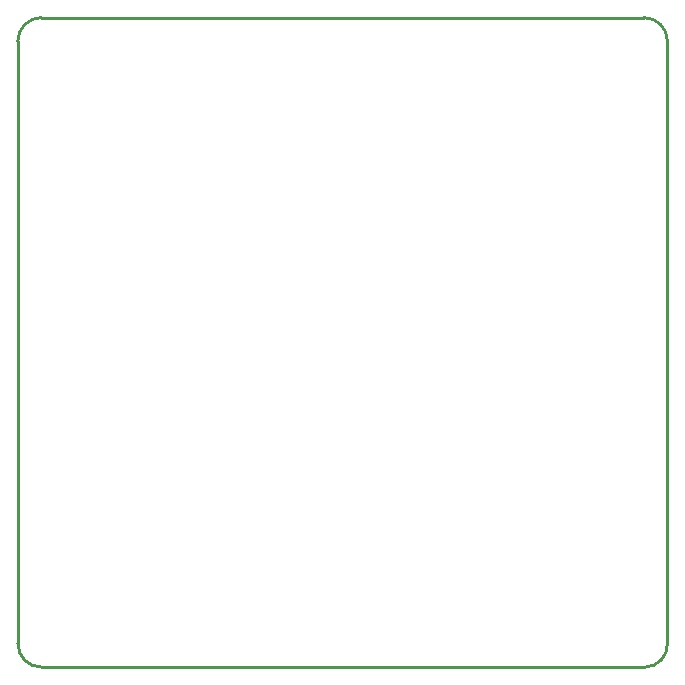
<source format=gko>
G04*
G04 #@! TF.GenerationSoftware,Altium Limited,Altium Designer,20.2.5 (213)*
G04*
G04 Layer_Color=16711935*
%FSLAX25Y25*%
%MOIN*%
G70*
G04*
G04 #@! TF.SameCoordinates,36CD812C-5D22-435A-9ACA-62E3915E2B62*
G04*
G04*
G04 #@! TF.FilePolarity,Positive*
G04*
G01*
G75*
%ADD14C,0.01000*%
D14*
X-0Y7874D02*
G03*
X7874Y-0I7874J0D01*
G01*
X209124Y0D02*
G03*
X216535Y7874I-231J7643D01*
G01*
X216535Y208723D02*
G03*
X208712Y216535I-7818J-6D01*
G01*
X7874D02*
G03*
X-0Y208661I-0J-7874D01*
G01*
X7874Y0D02*
X209124D01*
X-0Y7874D02*
X0Y208661D01*
X216535Y7874D02*
X216535Y208723D01*
X7874Y216535D02*
X208712D01*
M02*

</source>
